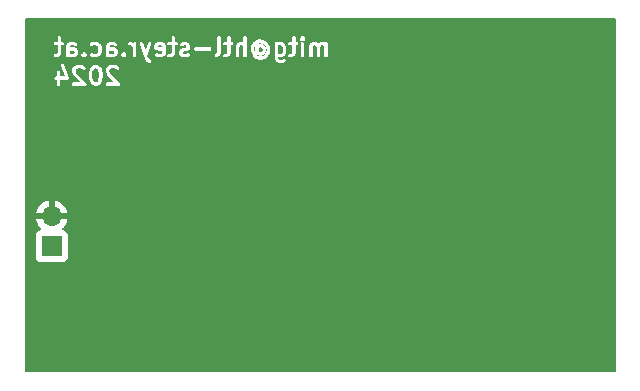
<source format=gbr>
%TF.GenerationSoftware,KiCad,Pcbnew,8.0.1*%
%TF.CreationDate,2024-04-22T11:34:39+02:00*%
%TF.ProjectId,wuerfel,77756572-6665-46c2-9e6b-696361645f70,rev?*%
%TF.SameCoordinates,Original*%
%TF.FileFunction,Copper,L2,Bot*%
%TF.FilePolarity,Positive*%
%FSLAX46Y46*%
G04 Gerber Fmt 4.6, Leading zero omitted, Abs format (unit mm)*
G04 Created by KiCad (PCBNEW 8.0.1) date 2024-04-22 11:34:39*
%MOMM*%
%LPD*%
G01*
G04 APERTURE LIST*
%ADD10C,0.300000*%
%TA.AperFunction,ComponentPad*%
%ADD11R,1.700000X1.700000*%
%TD*%
%TA.AperFunction,ComponentPad*%
%ADD12O,1.700000X1.700000*%
%TD*%
%TA.AperFunction,ViaPad*%
%ADD13C,1.600000*%
%TD*%
G04 APERTURE END LIST*
D10*
G36*
X196890977Y-50491681D02*
G01*
X196929641Y-50528671D01*
X196982255Y-50630005D01*
X197047432Y-50881196D01*
X197049821Y-51201432D01*
X196989222Y-51453335D01*
X196935085Y-51565867D01*
X196898096Y-51604530D01*
X196807883Y-51651369D01*
X196735186Y-51652586D01*
X196646612Y-51609975D01*
X196607950Y-51572987D01*
X196555335Y-51471650D01*
X196490156Y-51220458D01*
X196487767Y-50900224D01*
X196548367Y-50648320D01*
X196602503Y-50535789D01*
X196639495Y-50497124D01*
X196729706Y-50450286D01*
X196802402Y-50449069D01*
X196890977Y-50491681D01*
G37*
G36*
X212533834Y-48576764D02*
G01*
X212572500Y-48613755D01*
X212618995Y-48703306D01*
X212621246Y-49060939D01*
X212577943Y-49150951D01*
X212540952Y-49189616D01*
X212451225Y-49236203D01*
X212236227Y-49238170D01*
X212203635Y-49222491D01*
X212202076Y-48549717D01*
X212229226Y-48535620D01*
X212444222Y-48533653D01*
X212533834Y-48576764D01*
G37*
G36*
X210916280Y-48378561D02*
G01*
X211086510Y-48489594D01*
X211199660Y-48655678D01*
X211258352Y-48881872D01*
X211204717Y-49104826D01*
X211093687Y-49275053D01*
X210927603Y-49388203D01*
X210701406Y-49446896D01*
X210478452Y-49393261D01*
X210364427Y-49318888D01*
X210369489Y-49318744D01*
X210400762Y-49305790D01*
X210409952Y-49301983D01*
X210416000Y-49305790D01*
X210540524Y-49365696D01*
X210542603Y-49367775D01*
X210558734Y-49374456D01*
X210586320Y-49387728D01*
X210591694Y-49388109D01*
X210596675Y-49390173D01*
X210625939Y-49393055D01*
X210747464Y-49391020D01*
X210750035Y-49391877D01*
X210766599Y-49390699D01*
X210798060Y-49390173D01*
X210803040Y-49388109D01*
X210808415Y-49387728D01*
X210835878Y-49377219D01*
X210978424Y-49303207D01*
X210994987Y-49296347D01*
X211000756Y-49291612D01*
X211003621Y-49290125D01*
X211006218Y-49287130D01*
X211017718Y-49277693D01*
X211089619Y-49202539D01*
X211101581Y-49192165D01*
X211105498Y-49185941D01*
X211107802Y-49183534D01*
X211109317Y-49179874D01*
X211117246Y-49167280D01*
X211177152Y-49042754D01*
X211179230Y-49040677D01*
X211185908Y-49024554D01*
X211199184Y-48996959D01*
X211199565Y-48991583D01*
X211201628Y-48986605D01*
X211204510Y-48957341D01*
X211202475Y-48835817D01*
X211203332Y-48833247D01*
X211202154Y-48816677D01*
X211201628Y-48785220D01*
X211199565Y-48780241D01*
X211199184Y-48774866D01*
X211188675Y-48747403D01*
X211114661Y-48604850D01*
X211107802Y-48588290D01*
X211103068Y-48582522D01*
X211101582Y-48579659D01*
X211098586Y-48577061D01*
X211089147Y-48565559D01*
X211014000Y-48493666D01*
X211003621Y-48481699D01*
X210997392Y-48477778D01*
X210994987Y-48475477D01*
X210991330Y-48473962D01*
X210978735Y-48466034D01*
X210854210Y-48406127D01*
X210852132Y-48404049D01*
X210836000Y-48397367D01*
X210808415Y-48384096D01*
X210803040Y-48383714D01*
X210798060Y-48381651D01*
X210768796Y-48378769D01*
X210647270Y-48380803D01*
X210644700Y-48379947D01*
X210628135Y-48381124D01*
X210596675Y-48381651D01*
X210591694Y-48383714D01*
X210586320Y-48384096D01*
X210558856Y-48394605D01*
X210510600Y-48419660D01*
X210494989Y-48404049D01*
X210459017Y-48389148D01*
X210467133Y-48383619D01*
X210693328Y-48324927D01*
X210916280Y-48378561D01*
G37*
G36*
X210819548Y-48719621D02*
G01*
X210858214Y-48756613D01*
X210905051Y-48846821D01*
X210906268Y-48919520D01*
X210863657Y-49008094D01*
X210826669Y-49046756D01*
X210736455Y-49093596D01*
X210663759Y-49094813D01*
X210575185Y-49052202D01*
X210561359Y-49038974D01*
X210559894Y-48733608D01*
X210568066Y-48725066D01*
X210658279Y-48678227D01*
X210730975Y-48677010D01*
X210819548Y-48719621D01*
G37*
G36*
X210263927Y-49002848D02*
G01*
X210237882Y-48990318D01*
X210204273Y-48925587D01*
X210202205Y-48648312D01*
X210261788Y-48556962D01*
X210263927Y-49002848D01*
G37*
G36*
X194942567Y-48995791D02*
G01*
X194976480Y-49061108D01*
X194977697Y-49133805D01*
X194944630Y-49202541D01*
X194879902Y-49236148D01*
X194593606Y-49238284D01*
X194561076Y-49222634D01*
X194560163Y-48964441D01*
X194872558Y-48962111D01*
X194942567Y-48995791D01*
G37*
G36*
X198299710Y-48995791D02*
G01*
X198333623Y-49061108D01*
X198334840Y-49133805D01*
X198301773Y-49202541D01*
X198237045Y-49236148D01*
X197950749Y-49238284D01*
X197918219Y-49222634D01*
X197917306Y-48964441D01*
X198229701Y-48962111D01*
X198299710Y-48995791D01*
G37*
G36*
X202371138Y-48567219D02*
G01*
X202404661Y-48631786D01*
X202405006Y-48703748D01*
X201995470Y-48623459D01*
X202021532Y-48569283D01*
X202086368Y-48535620D01*
X202301365Y-48533653D01*
X202371138Y-48567219D01*
G37*
G36*
X216585464Y-52117495D02*
G01*
X193026440Y-52117495D01*
X193026440Y-51330092D01*
X193264535Y-51330092D01*
X193286933Y-51384164D01*
X193328317Y-51425548D01*
X193382389Y-51447946D01*
X193411653Y-51450828D01*
X193477758Y-51450629D01*
X193478821Y-51830092D01*
X193501219Y-51884164D01*
X193542603Y-51925548D01*
X193596675Y-51947946D01*
X193655203Y-51947946D01*
X193709275Y-51925548D01*
X193750659Y-51884164D01*
X193773057Y-51830092D01*
X193775939Y-51800828D01*
X193774955Y-51449734D01*
X194336407Y-51448045D01*
X194358984Y-51449650D01*
X194364046Y-51447962D01*
X194369488Y-51447946D01*
X194391704Y-51438743D01*
X194414509Y-51431142D01*
X194418580Y-51427610D01*
X194423560Y-51425548D01*
X194440565Y-51408542D01*
X194458723Y-51392794D01*
X194461132Y-51387975D01*
X194464944Y-51384164D01*
X194474147Y-51361946D01*
X194484897Y-51340447D01*
X194485278Y-51335072D01*
X194487342Y-51330092D01*
X194487342Y-51306043D01*
X194489046Y-51282067D01*
X194487342Y-51274573D01*
X194487342Y-51271564D01*
X194485825Y-51267902D01*
X194482526Y-51253393D01*
X194258398Y-50586542D01*
X194761652Y-50586542D01*
X194764066Y-50730758D01*
X194762830Y-50748161D01*
X194764479Y-50755415D01*
X194764534Y-50758664D01*
X194766050Y-50762325D01*
X194769350Y-50776835D01*
X194835963Y-50969394D01*
X194835963Y-50972948D01*
X194843421Y-50990954D01*
X194852767Y-51017970D01*
X194856297Y-51022040D01*
X194858360Y-51027020D01*
X194877015Y-51049751D01*
X195481971Y-51651905D01*
X194882388Y-51653710D01*
X194828316Y-51676108D01*
X194786932Y-51717492D01*
X194764534Y-51771564D01*
X194764534Y-51830092D01*
X194786932Y-51884164D01*
X194828316Y-51925548D01*
X194882388Y-51947946D01*
X194911652Y-51950828D01*
X195869488Y-51947946D01*
X195900761Y-51934992D01*
X195923559Y-51925549D01*
X195964945Y-51884163D01*
X195987342Y-51830091D01*
X195987342Y-51771565D01*
X195984223Y-51764036D01*
X195980781Y-51755727D01*
X195964945Y-51717492D01*
X195946290Y-51694762D01*
X195119957Y-50872257D01*
X196190223Y-50872257D01*
X196192819Y-51220430D01*
X196190400Y-51236691D01*
X196193076Y-51254786D01*
X196193105Y-51258664D01*
X196193951Y-51260708D01*
X196194702Y-51265781D01*
X196265960Y-51540401D01*
X196266979Y-51554733D01*
X196275367Y-51576653D01*
X196276024Y-51579185D01*
X196276668Y-51580055D01*
X196277488Y-51582196D01*
X196351499Y-51724742D01*
X196358360Y-51741305D01*
X196363094Y-51747074D01*
X196364582Y-51749939D01*
X196367576Y-51752536D01*
X196377014Y-51764036D01*
X196452167Y-51835937D01*
X196462542Y-51847899D01*
X196468765Y-51851816D01*
X196471173Y-51854120D01*
X196474832Y-51855635D01*
X196487427Y-51863564D01*
X196611952Y-51923470D01*
X196614030Y-51925548D01*
X196630152Y-51932226D01*
X196657748Y-51945502D01*
X196663123Y-51945883D01*
X196668102Y-51947946D01*
X196697366Y-51950828D01*
X196818890Y-51948793D01*
X196821461Y-51949650D01*
X196838030Y-51948472D01*
X196869487Y-51947946D01*
X196874465Y-51945883D01*
X196879841Y-51945502D01*
X196907304Y-51934992D01*
X197049844Y-51860984D01*
X197066417Y-51854120D01*
X197072187Y-51849384D01*
X197075048Y-51847899D01*
X197077642Y-51844907D01*
X197089148Y-51835465D01*
X197161043Y-51760315D01*
X197173008Y-51749939D01*
X197176926Y-51743713D01*
X197179230Y-51741306D01*
X197180745Y-51737646D01*
X197188673Y-51725053D01*
X197253815Y-51589645D01*
X197261566Y-51579185D01*
X197269409Y-51557230D01*
X197270611Y-51554733D01*
X197270687Y-51553652D01*
X197271459Y-51551494D01*
X197338327Y-51273525D01*
X197344484Y-51258664D01*
X197346272Y-51240498D01*
X197347189Y-51236691D01*
X197346863Y-51234503D01*
X197347366Y-51229400D01*
X197344769Y-50881226D01*
X197347189Y-50864966D01*
X197344512Y-50846871D01*
X197344484Y-50842993D01*
X197343636Y-50840948D01*
X197342887Y-50835877D01*
X197278190Y-50586542D01*
X197618794Y-50586542D01*
X197621208Y-50730758D01*
X197619972Y-50748161D01*
X197621621Y-50755415D01*
X197621676Y-50758664D01*
X197623192Y-50762325D01*
X197626492Y-50776835D01*
X197693105Y-50969394D01*
X197693105Y-50972948D01*
X197700563Y-50990954D01*
X197709909Y-51017970D01*
X197713439Y-51022040D01*
X197715502Y-51027020D01*
X197734157Y-51049751D01*
X198339113Y-51651905D01*
X197739530Y-51653710D01*
X197685458Y-51676108D01*
X197644074Y-51717492D01*
X197621676Y-51771564D01*
X197621676Y-51830092D01*
X197644074Y-51884164D01*
X197685458Y-51925548D01*
X197739530Y-51947946D01*
X197768794Y-51950828D01*
X198726630Y-51947946D01*
X198757903Y-51934992D01*
X198780701Y-51925549D01*
X198822087Y-51884163D01*
X198844484Y-51830091D01*
X198844484Y-51771565D01*
X198841365Y-51764036D01*
X198837923Y-51755727D01*
X198822087Y-51717492D01*
X198803432Y-51694762D01*
X197972715Y-50867893D01*
X197918488Y-50711137D01*
X197917035Y-50624362D01*
X197959646Y-50535789D01*
X197996636Y-50497125D01*
X198086262Y-50450591D01*
X198372556Y-50448455D01*
X198462404Y-50491679D01*
X198542601Y-50568406D01*
X198596674Y-50590802D01*
X198655200Y-50590802D01*
X198709272Y-50568406D01*
X198750658Y-50527020D01*
X198773054Y-50472948D01*
X198773054Y-50414422D01*
X198750658Y-50360349D01*
X198732003Y-50337619D01*
X198656853Y-50265722D01*
X198646477Y-50253758D01*
X198640251Y-50249839D01*
X198637844Y-50247536D01*
X198634184Y-50246020D01*
X198621591Y-50238093D01*
X198497066Y-50178186D01*
X198494988Y-50176108D01*
X198478856Y-50169426D01*
X198451271Y-50156155D01*
X198445896Y-50155773D01*
X198440916Y-50153710D01*
X198411652Y-50150828D01*
X198077219Y-50153322D01*
X198073270Y-50152006D01*
X198052112Y-50153509D01*
X198025245Y-50153710D01*
X198020264Y-50155773D01*
X198014890Y-50156155D01*
X197987426Y-50166664D01*
X197844882Y-50240674D01*
X197828317Y-50247536D01*
X197822546Y-50252271D01*
X197819684Y-50253758D01*
X197817087Y-50256751D01*
X197805587Y-50266190D01*
X197733689Y-50341339D01*
X197721724Y-50351717D01*
X197717805Y-50357942D01*
X197715503Y-50360349D01*
X197713987Y-50364007D01*
X197706059Y-50376603D01*
X197646152Y-50501127D01*
X197644074Y-50503206D01*
X197637392Y-50519337D01*
X197624121Y-50546923D01*
X197623739Y-50552297D01*
X197621676Y-50557278D01*
X197618794Y-50586542D01*
X197278190Y-50586542D01*
X197271629Y-50561255D01*
X197270611Y-50546923D01*
X197262222Y-50524999D01*
X197261566Y-50522471D01*
X197260921Y-50521601D01*
X197260102Y-50519459D01*
X197186091Y-50376916D01*
X197179230Y-50360349D01*
X197174493Y-50354577D01*
X197173008Y-50351717D01*
X197170015Y-50349121D01*
X197160575Y-50337619D01*
X197085425Y-50265722D01*
X197075049Y-50253758D01*
X197068823Y-50249839D01*
X197066416Y-50247536D01*
X197062756Y-50246020D01*
X197050163Y-50238093D01*
X196925635Y-50178184D01*
X196923559Y-50176108D01*
X196907441Y-50169431D01*
X196879842Y-50156154D01*
X196874464Y-50155771D01*
X196869487Y-50153710D01*
X196840223Y-50150828D01*
X196718697Y-50152862D01*
X196716127Y-50152006D01*
X196699562Y-50153183D01*
X196668102Y-50153710D01*
X196663121Y-50155773D01*
X196657747Y-50156155D01*
X196630283Y-50166664D01*
X196487740Y-50240674D01*
X196471173Y-50247536D01*
X196465401Y-50252272D01*
X196462541Y-50253758D01*
X196459945Y-50256750D01*
X196448443Y-50266191D01*
X196376546Y-50341340D01*
X196364582Y-50351717D01*
X196360663Y-50357942D01*
X196358360Y-50360350D01*
X196356844Y-50364009D01*
X196348917Y-50376603D01*
X196283774Y-50512010D01*
X196276024Y-50522471D01*
X196268180Y-50544425D01*
X196266979Y-50546923D01*
X196266902Y-50548003D01*
X196266131Y-50550162D01*
X196199261Y-50828130D01*
X196193105Y-50842993D01*
X196191316Y-50861158D01*
X196190400Y-50864966D01*
X196190725Y-50867153D01*
X196190223Y-50872257D01*
X195119957Y-50872257D01*
X195115573Y-50867893D01*
X195061346Y-50711137D01*
X195059893Y-50624362D01*
X195102504Y-50535789D01*
X195139494Y-50497125D01*
X195229120Y-50450591D01*
X195515414Y-50448455D01*
X195605262Y-50491679D01*
X195685459Y-50568406D01*
X195739532Y-50590802D01*
X195798058Y-50590802D01*
X195852130Y-50568406D01*
X195893516Y-50527020D01*
X195915912Y-50472948D01*
X195915912Y-50414422D01*
X195893516Y-50360349D01*
X195874861Y-50337619D01*
X195799711Y-50265722D01*
X195789335Y-50253758D01*
X195783109Y-50249839D01*
X195780702Y-50247536D01*
X195777042Y-50246020D01*
X195764449Y-50238093D01*
X195639924Y-50178186D01*
X195637846Y-50176108D01*
X195621714Y-50169426D01*
X195594129Y-50156155D01*
X195588754Y-50155773D01*
X195583774Y-50153710D01*
X195554510Y-50150828D01*
X195220077Y-50153322D01*
X195216128Y-50152006D01*
X195194970Y-50153509D01*
X195168103Y-50153710D01*
X195163122Y-50155773D01*
X195157748Y-50156155D01*
X195130284Y-50166664D01*
X194987740Y-50240674D01*
X194971175Y-50247536D01*
X194965404Y-50252271D01*
X194962542Y-50253758D01*
X194959945Y-50256751D01*
X194948445Y-50266190D01*
X194876547Y-50341339D01*
X194864582Y-50351717D01*
X194860663Y-50357942D01*
X194858361Y-50360349D01*
X194856845Y-50364007D01*
X194848917Y-50376603D01*
X194789010Y-50501127D01*
X194786932Y-50503206D01*
X194780250Y-50519337D01*
X194766979Y-50546923D01*
X194766597Y-50552297D01*
X194764534Y-50557278D01*
X194761652Y-50586542D01*
X194258398Y-50586542D01*
X194113395Y-50155115D01*
X194075048Y-50110901D01*
X194022701Y-50084727D01*
X193964320Y-50080578D01*
X193908796Y-50099086D01*
X193864582Y-50137433D01*
X193838408Y-50189780D01*
X193834259Y-50248161D01*
X193840779Y-50276834D01*
X194134735Y-51151446D01*
X193774123Y-51152531D01*
X193773057Y-50771564D01*
X193750659Y-50717492D01*
X193709275Y-50676108D01*
X193655203Y-50653710D01*
X193596675Y-50653710D01*
X193542603Y-50676108D01*
X193501219Y-50717492D01*
X193478821Y-50771564D01*
X193475939Y-50800828D01*
X193476926Y-51153425D01*
X193382389Y-51153710D01*
X193328317Y-51176108D01*
X193286933Y-51217492D01*
X193264535Y-51271564D01*
X193264535Y-51330092D01*
X193026440Y-51330092D01*
X193026440Y-49415176D01*
X193193107Y-49415176D01*
X193215505Y-49469248D01*
X193256889Y-49510632D01*
X193310961Y-49533030D01*
X193340225Y-49535912D01*
X193461749Y-49533877D01*
X193464320Y-49534734D01*
X193480889Y-49533556D01*
X193512346Y-49533030D01*
X193517324Y-49530967D01*
X193522700Y-49530586D01*
X193550164Y-49520076D01*
X193686054Y-49449521D01*
X193700223Y-49444798D01*
X193707788Y-49438236D01*
X193717907Y-49432983D01*
X193730229Y-49418774D01*
X193744438Y-49406452D01*
X193753760Y-49391642D01*
X193756253Y-49388768D01*
X193757022Y-49386460D01*
X193760103Y-49381566D01*
X193820011Y-49257038D01*
X193822088Y-49254962D01*
X193828764Y-49238844D01*
X193842042Y-49211245D01*
X193842424Y-49205867D01*
X193844486Y-49200890D01*
X193847368Y-49171626D01*
X193846115Y-48600198D01*
X194261654Y-48600198D01*
X194264179Y-49314284D01*
X194262832Y-49333246D01*
X194264261Y-49337534D01*
X194264536Y-49415176D01*
X194286934Y-49469248D01*
X194328318Y-49510632D01*
X194382390Y-49533030D01*
X194440918Y-49533030D01*
X194483082Y-49515564D01*
X194487297Y-49517310D01*
X194514893Y-49530586D01*
X194520268Y-49530967D01*
X194525247Y-49533030D01*
X194554511Y-49535912D01*
X194888943Y-49533417D01*
X194892892Y-49534734D01*
X194914054Y-49533230D01*
X194940918Y-49533030D01*
X194945896Y-49530967D01*
X194951272Y-49530586D01*
X194978736Y-49520076D01*
X195114625Y-49449521D01*
X195128796Y-49444798D01*
X195136362Y-49438235D01*
X195146479Y-49432983D01*
X195158800Y-49418775D01*
X195173011Y-49406451D01*
X195182331Y-49391643D01*
X195184825Y-49388768D01*
X195185594Y-49386458D01*
X195188675Y-49381565D01*
X195206868Y-49343748D01*
X195550250Y-49343748D01*
X195554851Y-49354856D01*
X195572647Y-49397819D01*
X195572648Y-49397820D01*
X195591303Y-49420551D01*
X195685461Y-49510632D01*
X195685462Y-49510633D01*
X195708260Y-49520076D01*
X195739533Y-49533030D01*
X195739534Y-49533030D01*
X195739535Y-49533030D01*
X195798060Y-49533030D01*
X195798061Y-49533030D01*
X195829334Y-49520076D01*
X195852132Y-49510633D01*
X195874863Y-49491978D01*
X195964946Y-49397820D01*
X195987342Y-49343747D01*
X195987342Y-49333246D01*
X196262832Y-49333246D01*
X196281340Y-49388768D01*
X196319687Y-49432983D01*
X196344572Y-49448648D01*
X196469097Y-49508554D01*
X196471175Y-49510632D01*
X196487297Y-49517310D01*
X196514893Y-49530586D01*
X196520268Y-49530967D01*
X196525247Y-49533030D01*
X196554511Y-49535912D01*
X196817770Y-49533503D01*
X196821463Y-49534734D01*
X196841891Y-49533282D01*
X196869489Y-49533030D01*
X196874467Y-49530967D01*
X196879843Y-49530586D01*
X196907307Y-49520076D01*
X197049848Y-49446067D01*
X197066417Y-49439205D01*
X197072187Y-49434469D01*
X197075050Y-49432983D01*
X197077646Y-49429989D01*
X197089148Y-49420550D01*
X197161049Y-49345394D01*
X197173010Y-49335022D01*
X197176927Y-49328798D01*
X197179232Y-49326390D01*
X197180748Y-49322728D01*
X197188675Y-49310137D01*
X197248581Y-49185611D01*
X197250659Y-49183534D01*
X197257337Y-49167411D01*
X197270613Y-49139816D01*
X197270994Y-49134440D01*
X197273057Y-49129462D01*
X197275939Y-49100198D01*
X197273385Y-48694515D01*
X197274761Y-48690388D01*
X197273223Y-48668742D01*
X197273057Y-48642362D01*
X197270994Y-48637383D01*
X197270613Y-48632008D01*
X197260103Y-48604545D01*
X197257846Y-48600198D01*
X197618797Y-48600198D01*
X197621322Y-49314284D01*
X197619975Y-49333246D01*
X197621404Y-49337534D01*
X197621679Y-49415176D01*
X197644077Y-49469248D01*
X197685461Y-49510632D01*
X197739533Y-49533030D01*
X197798061Y-49533030D01*
X197840225Y-49515564D01*
X197844440Y-49517310D01*
X197872036Y-49530586D01*
X197877411Y-49530967D01*
X197882390Y-49533030D01*
X197911654Y-49535912D01*
X198246086Y-49533417D01*
X198250035Y-49534734D01*
X198271197Y-49533230D01*
X198298061Y-49533030D01*
X198303039Y-49530967D01*
X198308415Y-49530586D01*
X198335879Y-49520076D01*
X198471768Y-49449521D01*
X198485939Y-49444798D01*
X198493505Y-49438235D01*
X198503622Y-49432983D01*
X198515943Y-49418775D01*
X198530154Y-49406451D01*
X198539474Y-49391643D01*
X198541968Y-49388768D01*
X198542737Y-49386458D01*
X198545818Y-49381565D01*
X198564011Y-49343748D01*
X198907393Y-49343748D01*
X198911994Y-49354856D01*
X198929790Y-49397819D01*
X198929791Y-49397820D01*
X198948446Y-49420551D01*
X199042604Y-49510632D01*
X199042605Y-49510633D01*
X199065403Y-49520076D01*
X199096676Y-49533030D01*
X199096677Y-49533030D01*
X199096678Y-49533030D01*
X199155203Y-49533030D01*
X199155204Y-49533030D01*
X199186477Y-49520076D01*
X199209275Y-49510633D01*
X199232006Y-49491978D01*
X199322089Y-49397820D01*
X199344485Y-49343747D01*
X199344485Y-49316300D01*
X199344486Y-49285222D01*
X199322089Y-49231149D01*
X199303435Y-49208419D01*
X199209276Y-49118335D01*
X199209275Y-49118334D01*
X199177601Y-49105214D01*
X199155204Y-49095937D01*
X199096676Y-49095937D01*
X199074279Y-49105214D01*
X199042605Y-49118334D01*
X199019874Y-49136989D01*
X198929790Y-49231149D01*
X198910512Y-49277693D01*
X198907393Y-49285222D01*
X198907393Y-49343748D01*
X198564011Y-49343748D01*
X198605724Y-49257039D01*
X198607802Y-49254962D01*
X198614480Y-49238839D01*
X198627756Y-49211244D01*
X198628137Y-49205868D01*
X198630200Y-49200890D01*
X198633082Y-49171626D01*
X198631047Y-49050101D01*
X198631904Y-49047531D01*
X198630726Y-49030961D01*
X198630200Y-48999505D01*
X198628137Y-48994526D01*
X198627756Y-48989151D01*
X198617246Y-48961688D01*
X198546691Y-48825799D01*
X198541968Y-48811628D01*
X198535405Y-48804060D01*
X198530153Y-48793945D01*
X198515946Y-48781624D01*
X198503622Y-48767413D01*
X198488811Y-48758090D01*
X198485938Y-48755598D01*
X198483630Y-48754828D01*
X198478736Y-48751748D01*
X198354210Y-48691841D01*
X198352133Y-48689764D01*
X198336010Y-48683085D01*
X198308415Y-48669810D01*
X198303039Y-48669428D01*
X198298061Y-48667366D01*
X198268797Y-48664484D01*
X197950749Y-48666856D01*
X197916195Y-48650232D01*
X197916158Y-48639846D01*
X197950104Y-48569283D01*
X198014940Y-48535620D01*
X198229937Y-48533653D01*
X198372035Y-48602014D01*
X198430415Y-48606163D01*
X198485937Y-48587656D01*
X198530153Y-48549309D01*
X198556327Y-48496960D01*
X198560476Y-48438580D01*
X198552675Y-48415176D01*
X199478821Y-48415176D01*
X199501219Y-48469248D01*
X199542603Y-48510632D01*
X199596675Y-48533030D01*
X199625939Y-48535912D01*
X199730975Y-48534153D01*
X199819550Y-48576765D01*
X199858214Y-48613755D01*
X199905403Y-48704641D01*
X199907393Y-49415176D01*
X199929791Y-49469248D01*
X199971175Y-49510632D01*
X200025247Y-49533030D01*
X200083775Y-49533030D01*
X200137847Y-49510632D01*
X200179231Y-49469248D01*
X200201629Y-49415176D01*
X200204511Y-49385912D01*
X200202569Y-48692676D01*
X200203333Y-48690387D01*
X200202531Y-48679115D01*
X200201772Y-48407834D01*
X200477549Y-48407834D01*
X200484678Y-48436362D01*
X200835647Y-49410944D01*
X200835618Y-49413379D01*
X200837464Y-49419745D01*
X200837599Y-49422445D01*
X200839272Y-49425978D01*
X200843810Y-49441621D01*
X201000212Y-49824864D01*
X201000861Y-49825529D01*
X201001218Y-49826390D01*
X201019873Y-49849121D01*
X201095028Y-49921022D01*
X201105401Y-49932983D01*
X201111624Y-49936900D01*
X201114033Y-49939205D01*
X201117694Y-49940721D01*
X201130286Y-49948648D01*
X201300607Y-50030586D01*
X201358987Y-50034734D01*
X201414510Y-50016226D01*
X201458725Y-49977879D01*
X201484899Y-49925530D01*
X201489047Y-49867150D01*
X201470539Y-49811628D01*
X201432193Y-49767413D01*
X201407307Y-49751748D01*
X201289471Y-49695059D01*
X201254835Y-49661923D01*
X201142203Y-49385932D01*
X201369946Y-48742898D01*
X201690225Y-48742898D01*
X201692835Y-48756093D01*
X201693107Y-48772319D01*
X201698731Y-48785896D01*
X201701583Y-48800313D01*
X201709821Y-48812670D01*
X201715505Y-48826391D01*
X201725897Y-48836783D01*
X201734048Y-48849009D01*
X201746386Y-48857272D01*
X201756889Y-48867775D01*
X201770465Y-48873398D01*
X201782677Y-48881577D01*
X201810808Y-48890142D01*
X201810956Y-48890171D01*
X201810961Y-48890173D01*
X201810966Y-48890173D01*
X202406461Y-49006918D01*
X202407062Y-49132156D01*
X202373201Y-49202541D01*
X202308368Y-49236203D01*
X202093369Y-49238170D01*
X201951271Y-49169810D01*
X201892891Y-49165662D01*
X201837369Y-49184170D01*
X201793154Y-49222517D01*
X201766979Y-49274866D01*
X201762831Y-49333246D01*
X201781339Y-49388768D01*
X201819686Y-49432983D01*
X201844571Y-49448648D01*
X201969096Y-49508554D01*
X201971174Y-49510632D01*
X201987296Y-49517310D01*
X202014892Y-49530586D01*
X202020267Y-49530967D01*
X202025246Y-49533030D01*
X202054510Y-49535912D01*
X202317770Y-49533503D01*
X202321463Y-49534734D01*
X202341891Y-49533282D01*
X202369489Y-49533030D01*
X202374467Y-49530967D01*
X202379843Y-49530586D01*
X202407307Y-49520076D01*
X202543196Y-49449521D01*
X202557367Y-49444798D01*
X202564933Y-49438235D01*
X202575050Y-49432983D01*
X202587371Y-49418775D01*
X202591521Y-49415176D01*
X202835964Y-49415176D01*
X202858362Y-49469248D01*
X202899746Y-49510632D01*
X202953818Y-49533030D01*
X202983082Y-49535912D01*
X203104606Y-49533877D01*
X203107177Y-49534734D01*
X203123746Y-49533556D01*
X203155203Y-49533030D01*
X203160181Y-49530967D01*
X203165557Y-49530586D01*
X203193021Y-49520076D01*
X203328911Y-49449521D01*
X203343080Y-49444798D01*
X203350645Y-49438236D01*
X203360764Y-49432983D01*
X203373086Y-49418774D01*
X203387295Y-49406452D01*
X203396617Y-49391642D01*
X203399110Y-49388768D01*
X203399879Y-49386460D01*
X203402960Y-49381566D01*
X203462868Y-49257038D01*
X203464945Y-49254962D01*
X203471621Y-49238844D01*
X203484899Y-49211245D01*
X203485281Y-49205867D01*
X203487343Y-49200890D01*
X203490225Y-49171626D01*
X203490068Y-49100198D01*
X203833082Y-49100198D01*
X203834563Y-49151953D01*
X203834260Y-49152864D01*
X203834811Y-49160627D01*
X203835964Y-49200890D01*
X203838025Y-49205867D01*
X203838408Y-49211245D01*
X203848918Y-49238708D01*
X203919474Y-49374599D01*
X203924197Y-49388768D01*
X203930758Y-49396333D01*
X203936012Y-49406452D01*
X203950223Y-49418776D01*
X203962544Y-49432983D01*
X203977351Y-49442304D01*
X203980227Y-49444798D01*
X203982535Y-49445567D01*
X203987429Y-49448648D01*
X204111954Y-49508554D01*
X204114032Y-49510632D01*
X204130154Y-49517310D01*
X204157750Y-49530586D01*
X204163125Y-49530967D01*
X204168104Y-49533030D01*
X204197368Y-49535912D01*
X204460627Y-49533503D01*
X204464320Y-49534734D01*
X204484748Y-49533282D01*
X204512346Y-49533030D01*
X204517324Y-49530967D01*
X204522700Y-49530586D01*
X204550164Y-49520076D01*
X204717907Y-49432983D01*
X204756253Y-49388768D01*
X204763459Y-49367150D01*
X206834260Y-49367150D01*
X206838408Y-49425530D01*
X206864583Y-49477879D01*
X206908798Y-49516226D01*
X206964320Y-49534734D01*
X207022700Y-49530586D01*
X207050164Y-49520076D01*
X207186054Y-49449521D01*
X207200223Y-49444798D01*
X207207788Y-49438236D01*
X207217907Y-49432983D01*
X207230229Y-49418774D01*
X207234378Y-49415176D01*
X207550250Y-49415176D01*
X207572648Y-49469248D01*
X207614032Y-49510632D01*
X207668104Y-49533030D01*
X207697368Y-49535912D01*
X207818892Y-49533877D01*
X207821463Y-49534734D01*
X207838032Y-49533556D01*
X207869489Y-49533030D01*
X207874467Y-49530967D01*
X207879843Y-49530586D01*
X207907307Y-49520076D01*
X208043197Y-49449521D01*
X208057366Y-49444798D01*
X208064931Y-49438236D01*
X208075050Y-49432983D01*
X208087372Y-49418774D01*
X208101581Y-49406452D01*
X208110903Y-49391642D01*
X208113396Y-49388768D01*
X208114165Y-49386460D01*
X208117246Y-49381566D01*
X208177154Y-49257038D01*
X208179231Y-49254962D01*
X208185907Y-49238844D01*
X208199185Y-49211245D01*
X208199567Y-49205867D01*
X208201629Y-49200890D01*
X208204511Y-49171626D01*
X208203258Y-48600198D01*
X208618797Y-48600198D01*
X208621679Y-49415176D01*
X208644077Y-49469248D01*
X208685461Y-49510632D01*
X208739533Y-49533030D01*
X208798061Y-49533030D01*
X208852133Y-49510632D01*
X208893517Y-49469248D01*
X208915915Y-49415176D01*
X208918797Y-49385912D01*
X208916158Y-48639846D01*
X208950104Y-48569283D01*
X209015109Y-48535533D01*
X209158879Y-48533831D01*
X209248120Y-48576764D01*
X209262982Y-48590982D01*
X209264536Y-49415176D01*
X209286934Y-49469248D01*
X209328318Y-49510632D01*
X209382390Y-49533030D01*
X209440918Y-49533030D01*
X209494990Y-49510632D01*
X209536374Y-49469248D01*
X209558772Y-49415176D01*
X209561654Y-49385912D01*
X209560174Y-48600355D01*
X209904510Y-48600355D01*
X209904511Y-48600361D01*
X209907004Y-48934630D01*
X209905688Y-48938580D01*
X209907191Y-48959737D01*
X209907392Y-48986605D01*
X209909455Y-48991585D01*
X209909837Y-48996960D01*
X209920346Y-49024423D01*
X209990902Y-49160314D01*
X209995625Y-49174482D01*
X210002186Y-49182047D01*
X210007440Y-49192166D01*
X210021651Y-49204490D01*
X210033972Y-49218697D01*
X210048779Y-49228018D01*
X210051655Y-49230512D01*
X210053963Y-49231281D01*
X210058857Y-49234362D01*
X210117294Y-49262475D01*
X210091191Y-49279956D01*
X210058726Y-49328655D01*
X210047368Y-49386069D01*
X210058846Y-49443459D01*
X210091412Y-49492089D01*
X210114163Y-49510719D01*
X210331450Y-49652444D01*
X210347581Y-49664397D01*
X210352432Y-49666130D01*
X210354396Y-49667411D01*
X210358029Y-49668129D01*
X210375273Y-49674290D01*
X210641752Y-49738395D01*
X210646769Y-49741406D01*
X210666422Y-49744330D01*
X210690076Y-49750021D01*
X210697367Y-49748935D01*
X210704659Y-49750021D01*
X210733749Y-49745719D01*
X211020131Y-49671408D01*
X211040339Y-49667411D01*
X211044891Y-49664983D01*
X211047153Y-49664397D01*
X211050130Y-49662190D01*
X211066287Y-49653577D01*
X211303324Y-49492089D01*
X211303413Y-49491954D01*
X211303545Y-49491867D01*
X211322176Y-49469117D01*
X211463913Y-49251811D01*
X211475853Y-49235697D01*
X211477584Y-49230851D01*
X211478868Y-49228883D01*
X211479588Y-49225241D01*
X211485746Y-49208006D01*
X211549850Y-48941528D01*
X211552861Y-48936511D01*
X211555786Y-48916855D01*
X211561476Y-48893203D01*
X211560390Y-48885912D01*
X211561476Y-48878621D01*
X211557174Y-48849532D01*
X211482867Y-48563160D01*
X211478868Y-48542941D01*
X211476438Y-48538385D01*
X211475853Y-48536127D01*
X211473648Y-48533152D01*
X211465033Y-48516993D01*
X211375730Y-48385912D01*
X211904511Y-48385912D01*
X211906674Y-49319377D01*
X211905689Y-49333246D01*
X211906713Y-49336319D01*
X211907270Y-49576691D01*
X211905689Y-49581436D01*
X211907335Y-49604607D01*
X211907393Y-49629462D01*
X211909455Y-49634440D01*
X211909837Y-49639816D01*
X211920347Y-49667280D01*
X211994355Y-49809821D01*
X212001218Y-49826390D01*
X212005953Y-49832160D01*
X212007440Y-49835023D01*
X212010433Y-49837619D01*
X212019873Y-49849121D01*
X212095028Y-49921022D01*
X212105401Y-49932983D01*
X212111624Y-49936900D01*
X212114033Y-49939205D01*
X212117694Y-49940721D01*
X212130286Y-49948648D01*
X212254811Y-50008554D01*
X212256889Y-50010632D01*
X212273011Y-50017310D01*
X212300607Y-50030586D01*
X212305982Y-50030967D01*
X212310961Y-50033030D01*
X212340225Y-50035912D01*
X212532458Y-50033637D01*
X212535749Y-50034734D01*
X212554927Y-50033371D01*
X212583775Y-50033030D01*
X212588753Y-50030967D01*
X212594129Y-50030586D01*
X212621593Y-50020076D01*
X212789336Y-49932983D01*
X212827682Y-49888768D01*
X212846190Y-49833246D01*
X212842042Y-49774866D01*
X212815868Y-49722517D01*
X212771653Y-49684170D01*
X212716130Y-49665662D01*
X212657750Y-49669810D01*
X212630287Y-49680320D01*
X212522485Y-49736290D01*
X212378713Y-49737992D01*
X212289471Y-49695059D01*
X212250806Y-49658068D01*
X212204438Y-49568762D01*
X212204361Y-49535848D01*
X212460627Y-49533503D01*
X212464320Y-49534734D01*
X212484748Y-49533282D01*
X212512346Y-49533030D01*
X212517324Y-49530967D01*
X212522700Y-49530586D01*
X212550164Y-49520076D01*
X212692705Y-49446067D01*
X212709274Y-49439205D01*
X212715044Y-49434469D01*
X212717907Y-49432983D01*
X212720503Y-49429989D01*
X212732005Y-49420550D01*
X212737146Y-49415176D01*
X213050250Y-49415176D01*
X213072648Y-49469248D01*
X213114032Y-49510632D01*
X213168104Y-49533030D01*
X213197368Y-49535912D01*
X213318892Y-49533877D01*
X213321463Y-49534734D01*
X213338032Y-49533556D01*
X213369489Y-49533030D01*
X213374467Y-49530967D01*
X213379843Y-49530586D01*
X213407307Y-49520076D01*
X213543197Y-49449521D01*
X213557366Y-49444798D01*
X213564931Y-49438236D01*
X213575050Y-49432983D01*
X213587372Y-49418774D01*
X213601581Y-49406452D01*
X213610903Y-49391642D01*
X213613396Y-49388768D01*
X213614165Y-49386460D01*
X213617246Y-49381566D01*
X213677154Y-49257038D01*
X213679231Y-49254962D01*
X213685907Y-49238844D01*
X213699185Y-49211245D01*
X213699567Y-49205867D01*
X213701629Y-49200890D01*
X213704511Y-49171626D01*
X213703112Y-48533485D01*
X213798060Y-48533030D01*
X213852132Y-48510632D01*
X213893516Y-48469248D01*
X213915914Y-48415176D01*
X213915914Y-48385912D01*
X214118797Y-48385912D01*
X214121679Y-49415176D01*
X214144077Y-49469248D01*
X214185461Y-49510632D01*
X214239533Y-49533030D01*
X214298061Y-49533030D01*
X214352133Y-49510632D01*
X214393517Y-49469248D01*
X214415915Y-49415176D01*
X214418797Y-49385912D01*
X214416597Y-48600198D01*
X214833082Y-48600198D01*
X214835964Y-49415176D01*
X214858362Y-49469248D01*
X214899746Y-49510632D01*
X214953818Y-49533030D01*
X215012346Y-49533030D01*
X215066418Y-49510632D01*
X215107802Y-49469248D01*
X215130200Y-49415176D01*
X215133082Y-49385912D01*
X215130443Y-48639846D01*
X215164390Y-48569284D01*
X215229395Y-48535533D01*
X215373165Y-48533831D01*
X215442567Y-48567220D01*
X215476051Y-48631709D01*
X215478822Y-49415176D01*
X215501220Y-49469248D01*
X215542604Y-49510632D01*
X215596676Y-49533030D01*
X215655204Y-49533030D01*
X215709276Y-49510632D01*
X215750660Y-49469248D01*
X215773058Y-49415176D01*
X215775940Y-49385912D01*
X215773301Y-48639846D01*
X215807247Y-48569283D01*
X215872252Y-48535533D01*
X216016022Y-48533831D01*
X216105263Y-48576764D01*
X216119369Y-48590258D01*
X216121679Y-49415176D01*
X216144077Y-49469248D01*
X216185461Y-49510632D01*
X216239533Y-49533030D01*
X216298061Y-49533030D01*
X216352133Y-49510632D01*
X216393517Y-49469248D01*
X216415915Y-49415176D01*
X216418797Y-49385912D01*
X216415915Y-48356648D01*
X216393517Y-48302576D01*
X216352133Y-48261192D01*
X216298061Y-48238794D01*
X216239533Y-48238794D01*
X216185461Y-48261192D01*
X216169266Y-48277386D01*
X216139925Y-48263270D01*
X216137847Y-48261192D01*
X216121715Y-48254510D01*
X216094130Y-48241239D01*
X216088755Y-48240857D01*
X216083775Y-48238794D01*
X216054511Y-48235912D01*
X215862276Y-48238186D01*
X215858986Y-48237090D01*
X215839813Y-48238452D01*
X215810961Y-48238794D01*
X215805980Y-48240857D01*
X215800606Y-48241239D01*
X215773142Y-48251748D01*
X215637251Y-48322304D01*
X215626107Y-48326018D01*
X215621593Y-48323177D01*
X215497068Y-48263270D01*
X215494990Y-48261192D01*
X215478858Y-48254510D01*
X215451273Y-48241239D01*
X215445898Y-48240857D01*
X215440918Y-48238794D01*
X215411654Y-48235912D01*
X215219419Y-48238186D01*
X215216129Y-48237090D01*
X215196956Y-48238452D01*
X215168104Y-48238794D01*
X215163123Y-48240857D01*
X215157749Y-48241239D01*
X215130285Y-48251748D01*
X214994393Y-48322304D01*
X214980227Y-48327027D01*
X214972661Y-48333588D01*
X214962543Y-48338842D01*
X214950219Y-48353051D01*
X214936012Y-48365373D01*
X214926692Y-48380178D01*
X214924196Y-48383057D01*
X214923425Y-48385368D01*
X214920347Y-48390259D01*
X214860440Y-48514783D01*
X214858362Y-48516862D01*
X214851680Y-48532993D01*
X214838409Y-48560579D01*
X214838027Y-48565953D01*
X214835964Y-48570934D01*
X214833082Y-48600198D01*
X214416597Y-48600198D01*
X214415915Y-48356648D01*
X214393517Y-48302576D01*
X214352133Y-48261192D01*
X214298061Y-48238794D01*
X214239533Y-48238794D01*
X214185461Y-48261192D01*
X214144077Y-48302576D01*
X214121679Y-48356648D01*
X214118797Y-48385912D01*
X213915914Y-48385912D01*
X213915914Y-48356648D01*
X213893516Y-48302576D01*
X213852132Y-48261192D01*
X213798060Y-48238794D01*
X213768796Y-48235912D01*
X213702460Y-48236230D01*
X213701914Y-47986605D01*
X214050250Y-47986605D01*
X214055594Y-47999505D01*
X214072647Y-48040676D01*
X214072648Y-48040677D01*
X214091303Y-48063408D01*
X214185461Y-48153489D01*
X214185462Y-48153490D01*
X214211645Y-48164335D01*
X214239533Y-48175887D01*
X214239534Y-48175887D01*
X214239535Y-48175887D01*
X214298060Y-48175887D01*
X214298061Y-48175887D01*
X214325949Y-48164335D01*
X214352132Y-48153490D01*
X214374863Y-48134835D01*
X214464946Y-48040677D01*
X214487342Y-47986604D01*
X214487342Y-47969246D01*
X214487343Y-47928079D01*
X214464946Y-47874006D01*
X214446292Y-47851276D01*
X214352133Y-47761192D01*
X214352132Y-47761191D01*
X214320458Y-47748071D01*
X214298061Y-47738794D01*
X214239533Y-47738794D01*
X214217136Y-47748071D01*
X214185462Y-47761191D01*
X214162731Y-47779846D01*
X214072647Y-47874006D01*
X214067716Y-47885912D01*
X214050250Y-47928079D01*
X214050250Y-47986605D01*
X213701914Y-47986605D01*
X213701629Y-47856648D01*
X213679231Y-47802576D01*
X213637847Y-47761192D01*
X213583775Y-47738794D01*
X213525247Y-47738794D01*
X213471175Y-47761192D01*
X213429791Y-47802576D01*
X213407393Y-47856648D01*
X213404511Y-47885912D01*
X213405281Y-48237656D01*
X213168104Y-48238794D01*
X213114032Y-48261192D01*
X213072648Y-48302576D01*
X213050250Y-48356648D01*
X213050250Y-48415176D01*
X213072648Y-48469248D01*
X213114032Y-48510632D01*
X213168104Y-48533030D01*
X213197368Y-48535912D01*
X213405933Y-48534911D01*
X213407241Y-49131785D01*
X213373201Y-49202541D01*
X213307886Y-49236453D01*
X213168104Y-49238794D01*
X213114032Y-49261192D01*
X213072648Y-49302576D01*
X213050250Y-49356648D01*
X213050250Y-49415176D01*
X212737146Y-49415176D01*
X212803906Y-49345394D01*
X212815867Y-49335022D01*
X212819784Y-49328798D01*
X212822089Y-49326390D01*
X212823605Y-49322728D01*
X212831532Y-49310137D01*
X212891438Y-49185611D01*
X212893516Y-49183534D01*
X212900194Y-49167411D01*
X212913470Y-49139816D01*
X212913851Y-49134440D01*
X212915914Y-49129462D01*
X212918796Y-49100198D01*
X212916242Y-48694515D01*
X212917618Y-48690388D01*
X212916080Y-48668742D01*
X212915914Y-48642362D01*
X212913851Y-48637383D01*
X212913470Y-48632008D01*
X212902960Y-48604545D01*
X212828951Y-48462002D01*
X212822088Y-48445433D01*
X212817352Y-48439662D01*
X212815867Y-48436802D01*
X212812875Y-48434207D01*
X212803433Y-48422702D01*
X212728286Y-48350809D01*
X212717907Y-48338842D01*
X212711678Y-48334921D01*
X212709273Y-48332620D01*
X212705616Y-48331105D01*
X212693021Y-48323177D01*
X212568496Y-48263270D01*
X212566418Y-48261192D01*
X212550286Y-48254510D01*
X212522701Y-48241239D01*
X212517326Y-48240857D01*
X212512346Y-48238794D01*
X212483082Y-48235912D01*
X212219821Y-48238320D01*
X212216129Y-48237090D01*
X212195705Y-48238541D01*
X212168104Y-48238794D01*
X212163123Y-48240857D01*
X212157749Y-48241239D01*
X212130285Y-48251748D01*
X212123523Y-48255258D01*
X212083775Y-48238794D01*
X212025247Y-48238794D01*
X211971175Y-48261192D01*
X211929791Y-48302576D01*
X211907393Y-48356648D01*
X211904511Y-48385912D01*
X211375730Y-48385912D01*
X211303545Y-48279957D01*
X211303413Y-48279869D01*
X211303324Y-48279735D01*
X211280573Y-48261105D01*
X211063278Y-48119375D01*
X211047153Y-48107427D01*
X211042303Y-48105694D01*
X211040339Y-48104413D01*
X211036703Y-48103693D01*
X211019462Y-48097534D01*
X210752982Y-48033428D01*
X210747966Y-48030418D01*
X210728312Y-48027493D01*
X210704659Y-48021803D01*
X210697367Y-48022888D01*
X210690076Y-48021803D01*
X210660987Y-48026105D01*
X210374599Y-48100416D01*
X210354396Y-48104413D01*
X210349844Y-48106839D01*
X210347581Y-48107427D01*
X210344600Y-48109635D01*
X210328448Y-48118247D01*
X210091412Y-48279735D01*
X210091323Y-48279867D01*
X210091191Y-48279956D01*
X210072561Y-48302707D01*
X209938668Y-48507983D01*
X209929790Y-48516862D01*
X209924417Y-48529833D01*
X209915868Y-48542940D01*
X209913016Y-48557356D01*
X209907392Y-48570934D01*
X209904510Y-48600198D01*
X209904511Y-48600349D01*
X209904510Y-48600355D01*
X209560174Y-48600355D01*
X209558772Y-47856648D01*
X209536374Y-47802576D01*
X209494990Y-47761192D01*
X209440918Y-47738794D01*
X209382390Y-47738794D01*
X209328318Y-47761192D01*
X209286934Y-47802576D01*
X209264536Y-47856648D01*
X209261654Y-47885912D01*
X209262346Y-48253439D01*
X209236987Y-48241239D01*
X209231612Y-48240857D01*
X209226632Y-48238794D01*
X209197368Y-48235912D01*
X209005133Y-48238186D01*
X209001843Y-48237090D01*
X208982670Y-48238452D01*
X208953818Y-48238794D01*
X208948837Y-48240857D01*
X208943463Y-48241239D01*
X208915999Y-48251748D01*
X208780108Y-48322304D01*
X208765941Y-48327027D01*
X208758375Y-48333588D01*
X208748257Y-48338842D01*
X208735933Y-48353051D01*
X208721726Y-48365373D01*
X208712406Y-48380178D01*
X208709910Y-48383057D01*
X208709139Y-48385368D01*
X208706061Y-48390259D01*
X208646154Y-48514784D01*
X208644077Y-48516862D01*
X208637398Y-48532984D01*
X208624123Y-48560580D01*
X208623741Y-48565955D01*
X208621679Y-48570934D01*
X208618797Y-48600198D01*
X208203258Y-48600198D01*
X208203112Y-48533485D01*
X208298060Y-48533030D01*
X208352132Y-48510632D01*
X208393516Y-48469248D01*
X208415914Y-48415176D01*
X208415914Y-48356648D01*
X208393516Y-48302576D01*
X208352132Y-48261192D01*
X208298060Y-48238794D01*
X208268796Y-48235912D01*
X208202460Y-48236230D01*
X208201629Y-47856648D01*
X208179231Y-47802576D01*
X208137847Y-47761192D01*
X208083775Y-47738794D01*
X208025247Y-47738794D01*
X207971175Y-47761192D01*
X207929791Y-47802576D01*
X207907393Y-47856648D01*
X207904511Y-47885912D01*
X207905281Y-48237656D01*
X207668104Y-48238794D01*
X207614032Y-48261192D01*
X207572648Y-48302576D01*
X207550250Y-48356648D01*
X207550250Y-48415176D01*
X207572648Y-48469248D01*
X207614032Y-48510632D01*
X207668104Y-48533030D01*
X207697368Y-48535912D01*
X207905933Y-48534911D01*
X207907241Y-49131785D01*
X207873201Y-49202541D01*
X207807886Y-49236453D01*
X207668104Y-49238794D01*
X207614032Y-49261192D01*
X207572648Y-49302576D01*
X207550250Y-49356648D01*
X207550250Y-49415176D01*
X207234378Y-49415176D01*
X207244438Y-49406452D01*
X207253760Y-49391642D01*
X207256253Y-49388768D01*
X207257022Y-49386460D01*
X207260103Y-49381566D01*
X207320011Y-49257038D01*
X207322088Y-49254962D01*
X207328764Y-49238844D01*
X207342042Y-49211245D01*
X207342424Y-49205867D01*
X207344486Y-49200890D01*
X207347368Y-49171626D01*
X207344486Y-47856648D01*
X207322088Y-47802576D01*
X207280704Y-47761192D01*
X207226632Y-47738794D01*
X207168104Y-47738794D01*
X207114032Y-47761192D01*
X207072648Y-47802576D01*
X207050250Y-47856648D01*
X207047368Y-47885912D01*
X207050098Y-49131785D01*
X207016058Y-49202541D01*
X206891115Y-49267413D01*
X206852768Y-49311628D01*
X206834260Y-49367150D01*
X204763459Y-49367150D01*
X204774761Y-49333246D01*
X204770613Y-49274866D01*
X204744439Y-49222517D01*
X204700224Y-49184170D01*
X204644701Y-49165662D01*
X204586321Y-49169810D01*
X204558858Y-49180320D01*
X204451225Y-49236203D01*
X204236227Y-49238170D01*
X204166453Y-49204604D01*
X204132133Y-49138503D01*
X204132075Y-49136455D01*
X204164390Y-49069284D01*
X204229395Y-49035533D01*
X204389601Y-49033637D01*
X204392892Y-49034734D01*
X204412070Y-49033371D01*
X204440918Y-49033030D01*
X204445896Y-49030967D01*
X204451272Y-49030586D01*
X204478736Y-49020076D01*
X204614625Y-48949521D01*
X204628796Y-48944798D01*
X204636362Y-48938235D01*
X204646479Y-48932983D01*
X204658800Y-48918775D01*
X204673011Y-48906451D01*
X204682331Y-48891643D01*
X204684825Y-48888768D01*
X204685594Y-48886458D01*
X204688675Y-48881565D01*
X204706868Y-48843748D01*
X205121679Y-48843748D01*
X205144077Y-48897820D01*
X205185461Y-48939204D01*
X205239533Y-48961602D01*
X205268797Y-48964484D01*
X206440918Y-48961602D01*
X206494990Y-48939204D01*
X206536374Y-48897820D01*
X206558772Y-48843748D01*
X206558772Y-48785220D01*
X206536374Y-48731148D01*
X206494990Y-48689764D01*
X206440918Y-48667366D01*
X206411654Y-48664484D01*
X205239533Y-48667366D01*
X205185461Y-48689764D01*
X205144077Y-48731148D01*
X205121679Y-48785220D01*
X205121679Y-48843748D01*
X204706868Y-48843748D01*
X204748581Y-48757039D01*
X204750659Y-48754962D01*
X204757337Y-48738839D01*
X204770613Y-48711244D01*
X204770994Y-48705868D01*
X204773057Y-48700890D01*
X204775939Y-48671626D01*
X204774457Y-48619870D01*
X204774761Y-48618960D01*
X204774209Y-48611196D01*
X204773057Y-48570934D01*
X204770994Y-48565955D01*
X204770613Y-48560580D01*
X204760103Y-48533117D01*
X204689548Y-48397227D01*
X204684825Y-48383057D01*
X204678262Y-48375489D01*
X204673010Y-48365374D01*
X204658803Y-48353053D01*
X204646479Y-48338842D01*
X204631668Y-48329519D01*
X204628795Y-48327027D01*
X204626487Y-48326257D01*
X204621593Y-48323177D01*
X204497068Y-48263270D01*
X204494990Y-48261192D01*
X204478858Y-48254510D01*
X204451273Y-48241239D01*
X204445898Y-48240857D01*
X204440918Y-48238794D01*
X204411654Y-48235912D01*
X204219419Y-48238186D01*
X204216129Y-48237090D01*
X204196956Y-48238452D01*
X204168104Y-48238794D01*
X204163123Y-48240857D01*
X204157749Y-48241239D01*
X204130285Y-48251748D01*
X203962543Y-48338842D01*
X203924196Y-48383057D01*
X203905689Y-48438580D01*
X203909838Y-48496960D01*
X203936012Y-48549309D01*
X203980227Y-48587656D01*
X204035750Y-48606163D01*
X204094130Y-48602014D01*
X204121593Y-48591505D01*
X204229395Y-48535533D01*
X204373165Y-48533831D01*
X204442567Y-48567219D01*
X204476887Y-48633320D01*
X204476945Y-48635369D01*
X204444630Y-48702541D01*
X204379628Y-48736290D01*
X204219419Y-48738186D01*
X204216129Y-48737090D01*
X204196956Y-48738452D01*
X204168104Y-48738794D01*
X204163123Y-48740857D01*
X204157749Y-48741239D01*
X204130285Y-48751748D01*
X203994393Y-48822304D01*
X203980227Y-48827027D01*
X203972661Y-48833588D01*
X203962543Y-48838842D01*
X203950219Y-48853051D01*
X203936012Y-48865373D01*
X203926692Y-48880178D01*
X203924196Y-48883057D01*
X203923425Y-48885368D01*
X203920347Y-48890259D01*
X203860440Y-49014783D01*
X203858362Y-49016862D01*
X203851680Y-49032993D01*
X203838409Y-49060579D01*
X203838027Y-49065953D01*
X203835964Y-49070934D01*
X203833082Y-49100198D01*
X203490068Y-49100198D01*
X203488826Y-48533485D01*
X203583774Y-48533030D01*
X203637846Y-48510632D01*
X203679230Y-48469248D01*
X203701628Y-48415176D01*
X203701628Y-48356648D01*
X203679230Y-48302576D01*
X203637846Y-48261192D01*
X203583774Y-48238794D01*
X203554510Y-48235912D01*
X203488174Y-48236230D01*
X203487343Y-47856648D01*
X203464945Y-47802576D01*
X203423561Y-47761192D01*
X203369489Y-47738794D01*
X203310961Y-47738794D01*
X203256889Y-47761192D01*
X203215505Y-47802576D01*
X203193107Y-47856648D01*
X203190225Y-47885912D01*
X203190995Y-48237656D01*
X202953818Y-48238794D01*
X202899746Y-48261192D01*
X202858362Y-48302576D01*
X202835964Y-48356648D01*
X202835964Y-48415176D01*
X202858362Y-48469248D01*
X202899746Y-48510632D01*
X202953818Y-48533030D01*
X202983082Y-48535912D01*
X203191647Y-48534911D01*
X203192955Y-49131785D01*
X203158915Y-49202541D01*
X203093600Y-49236453D01*
X202953818Y-49238794D01*
X202899746Y-49261192D01*
X202858362Y-49302576D01*
X202835964Y-49356648D01*
X202835964Y-49415176D01*
X202591521Y-49415176D01*
X202601582Y-49406451D01*
X202610902Y-49391643D01*
X202613396Y-49388768D01*
X202614165Y-49386458D01*
X202617246Y-49381565D01*
X202677152Y-49257039D01*
X202679230Y-49254962D01*
X202685908Y-49238839D01*
X202699184Y-49211244D01*
X202699565Y-49205868D01*
X202701628Y-49200890D01*
X202704510Y-49171626D01*
X202703172Y-48892763D01*
X202704511Y-48886069D01*
X202703105Y-48878966D01*
X202701879Y-48623317D01*
X202703332Y-48618960D01*
X202701751Y-48596718D01*
X202701628Y-48570934D01*
X202699565Y-48565955D01*
X202699184Y-48560580D01*
X202688674Y-48533117D01*
X202618119Y-48397227D01*
X202613396Y-48383057D01*
X202606833Y-48375489D01*
X202601581Y-48365374D01*
X202587374Y-48353053D01*
X202575050Y-48338842D01*
X202560239Y-48329519D01*
X202557366Y-48327027D01*
X202555058Y-48326257D01*
X202550164Y-48323177D01*
X202425639Y-48263270D01*
X202423561Y-48261192D01*
X202407429Y-48254510D01*
X202379844Y-48241239D01*
X202374469Y-48240857D01*
X202369489Y-48238794D01*
X202340225Y-48235912D01*
X202076963Y-48238320D01*
X202073271Y-48237090D01*
X202052847Y-48238541D01*
X202025246Y-48238794D01*
X202020265Y-48240857D01*
X202014891Y-48241239D01*
X201987427Y-48251748D01*
X201851536Y-48322304D01*
X201837369Y-48327027D01*
X201829803Y-48333588D01*
X201819685Y-48338842D01*
X201807361Y-48353051D01*
X201793154Y-48365373D01*
X201783834Y-48380178D01*
X201781338Y-48383057D01*
X201780567Y-48385368D01*
X201777489Y-48390259D01*
X201717582Y-48514784D01*
X201715505Y-48516862D01*
X201708826Y-48532984D01*
X201695551Y-48560580D01*
X201695169Y-48565955D01*
X201693107Y-48570934D01*
X201690225Y-48600198D01*
X201692429Y-48731873D01*
X201690225Y-48742898D01*
X201369946Y-48742898D01*
X201488615Y-48407834D01*
X201485708Y-48349379D01*
X201460654Y-48296487D01*
X201417265Y-48257207D01*
X201362147Y-48237522D01*
X201303692Y-48240429D01*
X201250800Y-48265483D01*
X201211520Y-48308872D01*
X201198964Y-48335462D01*
X200983404Y-48944098D01*
X200754644Y-48308872D01*
X200715364Y-48265483D01*
X200662472Y-48240429D01*
X200604017Y-48237522D01*
X200548899Y-48257207D01*
X200505510Y-48296487D01*
X200480456Y-48349379D01*
X200477549Y-48407834D01*
X200201772Y-48407834D01*
X200201629Y-48356648D01*
X200179231Y-48302576D01*
X200137847Y-48261192D01*
X200083775Y-48238794D01*
X200025247Y-48238794D01*
X199971175Y-48261192D01*
X199931779Y-48300587D01*
X199854208Y-48263268D01*
X199852132Y-48261192D01*
X199836014Y-48254515D01*
X199808415Y-48241238D01*
X199803037Y-48240855D01*
X199798060Y-48238794D01*
X199768796Y-48235912D01*
X199596675Y-48238794D01*
X199542603Y-48261192D01*
X199501219Y-48302576D01*
X199478821Y-48356648D01*
X199478821Y-48415176D01*
X198552675Y-48415176D01*
X198541968Y-48383057D01*
X198503622Y-48338842D01*
X198478736Y-48323177D01*
X198354211Y-48263270D01*
X198352133Y-48261192D01*
X198336001Y-48254510D01*
X198308416Y-48241239D01*
X198303041Y-48240857D01*
X198298061Y-48238794D01*
X198268797Y-48235912D01*
X198005535Y-48238320D01*
X198001843Y-48237090D01*
X197981419Y-48238541D01*
X197953818Y-48238794D01*
X197948837Y-48240857D01*
X197943463Y-48241239D01*
X197915999Y-48251748D01*
X197780108Y-48322304D01*
X197765941Y-48327027D01*
X197758375Y-48333588D01*
X197748257Y-48338842D01*
X197735933Y-48353051D01*
X197721726Y-48365373D01*
X197712406Y-48380178D01*
X197709910Y-48383057D01*
X197709139Y-48385368D01*
X197706061Y-48390259D01*
X197646154Y-48514784D01*
X197644077Y-48516862D01*
X197637398Y-48532984D01*
X197624123Y-48560580D01*
X197623741Y-48565955D01*
X197621679Y-48570934D01*
X197618797Y-48600198D01*
X197257846Y-48600198D01*
X197186094Y-48462002D01*
X197179231Y-48445433D01*
X197174495Y-48439662D01*
X197173010Y-48436802D01*
X197170018Y-48434207D01*
X197160576Y-48422702D01*
X197085429Y-48350809D01*
X197075050Y-48338842D01*
X197068821Y-48334921D01*
X197066416Y-48332620D01*
X197062759Y-48331105D01*
X197050164Y-48323177D01*
X196925639Y-48263270D01*
X196923561Y-48261192D01*
X196907429Y-48254510D01*
X196879844Y-48241239D01*
X196874469Y-48240857D01*
X196869489Y-48238794D01*
X196840225Y-48235912D01*
X196576964Y-48238320D01*
X196573272Y-48237090D01*
X196552848Y-48238541D01*
X196525247Y-48238794D01*
X196520266Y-48240857D01*
X196514892Y-48241239D01*
X196487428Y-48251748D01*
X196319686Y-48338842D01*
X196281339Y-48383057D01*
X196262832Y-48438580D01*
X196266981Y-48496960D01*
X196293155Y-48549309D01*
X196337370Y-48587656D01*
X196392893Y-48606163D01*
X196451273Y-48602014D01*
X196478736Y-48591505D01*
X196586369Y-48535620D01*
X196801365Y-48533653D01*
X196890977Y-48576764D01*
X196929643Y-48613755D01*
X196976138Y-48703306D01*
X196978389Y-49060939D01*
X196935086Y-49150951D01*
X196898095Y-49189616D01*
X196808368Y-49236203D01*
X196593370Y-49238170D01*
X196451272Y-49169810D01*
X196392892Y-49165662D01*
X196337370Y-49184170D01*
X196293155Y-49222517D01*
X196266980Y-49274866D01*
X196262832Y-49333246D01*
X195987342Y-49333246D01*
X195987342Y-49316300D01*
X195987343Y-49285222D01*
X195964946Y-49231149D01*
X195946292Y-49208419D01*
X195852133Y-49118335D01*
X195852132Y-49118334D01*
X195820458Y-49105214D01*
X195798061Y-49095937D01*
X195739533Y-49095937D01*
X195717136Y-49105214D01*
X195685462Y-49118334D01*
X195662731Y-49136989D01*
X195572647Y-49231149D01*
X195553369Y-49277693D01*
X195550250Y-49285222D01*
X195550250Y-49343748D01*
X195206868Y-49343748D01*
X195248581Y-49257039D01*
X195250659Y-49254962D01*
X195257337Y-49238839D01*
X195270613Y-49211244D01*
X195270994Y-49205868D01*
X195273057Y-49200890D01*
X195275939Y-49171626D01*
X195273904Y-49050101D01*
X195274761Y-49047531D01*
X195273583Y-49030961D01*
X195273057Y-48999505D01*
X195270994Y-48994526D01*
X195270613Y-48989151D01*
X195260103Y-48961688D01*
X195189548Y-48825799D01*
X195184825Y-48811628D01*
X195178262Y-48804060D01*
X195173010Y-48793945D01*
X195158803Y-48781624D01*
X195146479Y-48767413D01*
X195131668Y-48758090D01*
X195128795Y-48755598D01*
X195126487Y-48754828D01*
X195121593Y-48751748D01*
X194997067Y-48691841D01*
X194994990Y-48689764D01*
X194978867Y-48683085D01*
X194951272Y-48669810D01*
X194945896Y-48669428D01*
X194940918Y-48667366D01*
X194911654Y-48664484D01*
X194593606Y-48666856D01*
X194559052Y-48650232D01*
X194559015Y-48639846D01*
X194592961Y-48569283D01*
X194657797Y-48535620D01*
X194872794Y-48533653D01*
X195014892Y-48602014D01*
X195073272Y-48606163D01*
X195128794Y-48587656D01*
X195173010Y-48549309D01*
X195199184Y-48496960D01*
X195203333Y-48438580D01*
X195184825Y-48383057D01*
X195146479Y-48338842D01*
X195121593Y-48323177D01*
X194997068Y-48263270D01*
X194994990Y-48261192D01*
X194978858Y-48254510D01*
X194951273Y-48241239D01*
X194945898Y-48240857D01*
X194940918Y-48238794D01*
X194911654Y-48235912D01*
X194648392Y-48238320D01*
X194644700Y-48237090D01*
X194624276Y-48238541D01*
X194596675Y-48238794D01*
X194591694Y-48240857D01*
X194586320Y-48241239D01*
X194558856Y-48251748D01*
X194422965Y-48322304D01*
X194408798Y-48327027D01*
X194401232Y-48333588D01*
X194391114Y-48338842D01*
X194378790Y-48353051D01*
X194364583Y-48365373D01*
X194355263Y-48380178D01*
X194352767Y-48383057D01*
X194351996Y-48385368D01*
X194348918Y-48390259D01*
X194289011Y-48514784D01*
X194286934Y-48516862D01*
X194280255Y-48532984D01*
X194266980Y-48560580D01*
X194266598Y-48565955D01*
X194264536Y-48570934D01*
X194261654Y-48600198D01*
X193846115Y-48600198D01*
X193845969Y-48533485D01*
X193940917Y-48533030D01*
X193994989Y-48510632D01*
X194036373Y-48469248D01*
X194058771Y-48415176D01*
X194058771Y-48356648D01*
X194036373Y-48302576D01*
X193994989Y-48261192D01*
X193940917Y-48238794D01*
X193911653Y-48235912D01*
X193845317Y-48236230D01*
X193844486Y-47856648D01*
X193822088Y-47802576D01*
X193780704Y-47761192D01*
X193726632Y-47738794D01*
X193668104Y-47738794D01*
X193614032Y-47761192D01*
X193572648Y-47802576D01*
X193550250Y-47856648D01*
X193547368Y-47885912D01*
X193548138Y-48237656D01*
X193310961Y-48238794D01*
X193256889Y-48261192D01*
X193215505Y-48302576D01*
X193193107Y-48356648D01*
X193193107Y-48415176D01*
X193215505Y-48469248D01*
X193256889Y-48510632D01*
X193310961Y-48533030D01*
X193340225Y-48535912D01*
X193548790Y-48534911D01*
X193550098Y-49131785D01*
X193516058Y-49202541D01*
X193450743Y-49236453D01*
X193310961Y-49238794D01*
X193256889Y-49261192D01*
X193215505Y-49302576D01*
X193193107Y-49356648D01*
X193193107Y-49415176D01*
X193026440Y-49415176D01*
X193026440Y-47572127D01*
X216585464Y-47572127D01*
X216585464Y-52117495D01*
G37*
D11*
%TO.P,J1,1*%
%TO.N,+5V*%
X193040000Y-65532000D03*
D12*
%TO.P,J1,2*%
%TO.N,GND*%
X193040000Y-62992000D03*
%TD*%
D13*
%TO.N,GND*%
X203000000Y-58000000D03*
X200000000Y-71162000D03*
%TD*%
%TA.AperFunction,Conductor*%
%TO.N,GND*%
G36*
X240735039Y-46247685D02*
G01*
X240780794Y-46300489D01*
X240792000Y-46352000D01*
X240792000Y-76076000D01*
X240772315Y-76143039D01*
X240719511Y-76188794D01*
X240668000Y-76200000D01*
X190878000Y-76200000D01*
X190810961Y-76180315D01*
X190765206Y-76127511D01*
X190754000Y-76076000D01*
X190754000Y-66429870D01*
X191689500Y-66429870D01*
X191689501Y-66429876D01*
X191695908Y-66489483D01*
X191746202Y-66624328D01*
X191746206Y-66624335D01*
X191832452Y-66739544D01*
X191832455Y-66739547D01*
X191947664Y-66825793D01*
X191947671Y-66825797D01*
X192082517Y-66876091D01*
X192082516Y-66876091D01*
X192089444Y-66876835D01*
X192142127Y-66882500D01*
X193937872Y-66882499D01*
X193997483Y-66876091D01*
X194132331Y-66825796D01*
X194247546Y-66739546D01*
X194333796Y-66624331D01*
X194384091Y-66489483D01*
X194390500Y-66429873D01*
X194390499Y-64634128D01*
X194384091Y-64574517D01*
X194333796Y-64439669D01*
X194333795Y-64439668D01*
X194333793Y-64439664D01*
X194247547Y-64324455D01*
X194247544Y-64324452D01*
X194132335Y-64238206D01*
X194132328Y-64238202D01*
X194000401Y-64188997D01*
X193944467Y-64147126D01*
X193920050Y-64081662D01*
X193934902Y-64013389D01*
X193956053Y-63985133D01*
X194078108Y-63863078D01*
X194213600Y-63669578D01*
X194313429Y-63455492D01*
X194313432Y-63455486D01*
X194370636Y-63242000D01*
X193473012Y-63242000D01*
X193505925Y-63184993D01*
X193540000Y-63057826D01*
X193540000Y-62926174D01*
X193505925Y-62799007D01*
X193473012Y-62742000D01*
X194370636Y-62742000D01*
X194370635Y-62741999D01*
X194313432Y-62528513D01*
X194313429Y-62528507D01*
X194213600Y-62314422D01*
X194213599Y-62314420D01*
X194078113Y-62120926D01*
X194078108Y-62120920D01*
X193911082Y-61953894D01*
X193717578Y-61818399D01*
X193503492Y-61718570D01*
X193503486Y-61718567D01*
X193290000Y-61661364D01*
X193290000Y-62558988D01*
X193232993Y-62526075D01*
X193105826Y-62492000D01*
X192974174Y-62492000D01*
X192847007Y-62526075D01*
X192790000Y-62558988D01*
X192790000Y-61661364D01*
X192789999Y-61661364D01*
X192576513Y-61718567D01*
X192576507Y-61718570D01*
X192362422Y-61818399D01*
X192362420Y-61818400D01*
X192168926Y-61953886D01*
X192168920Y-61953891D01*
X192001891Y-62120920D01*
X192001886Y-62120926D01*
X191866400Y-62314420D01*
X191866399Y-62314422D01*
X191766570Y-62528507D01*
X191766567Y-62528513D01*
X191709364Y-62741999D01*
X191709364Y-62742000D01*
X192606988Y-62742000D01*
X192574075Y-62799007D01*
X192540000Y-62926174D01*
X192540000Y-63057826D01*
X192574075Y-63184993D01*
X192606988Y-63242000D01*
X191709364Y-63242000D01*
X191766567Y-63455486D01*
X191766570Y-63455492D01*
X191866399Y-63669578D01*
X192001894Y-63863082D01*
X192123946Y-63985134D01*
X192157431Y-64046457D01*
X192152447Y-64116149D01*
X192110575Y-64172082D01*
X192079598Y-64188997D01*
X191947671Y-64238202D01*
X191947664Y-64238206D01*
X191832455Y-64324452D01*
X191832452Y-64324455D01*
X191746206Y-64439664D01*
X191746202Y-64439671D01*
X191695908Y-64574517D01*
X191689501Y-64634116D01*
X191689501Y-64634123D01*
X191689500Y-64634135D01*
X191689500Y-66429870D01*
X190754000Y-66429870D01*
X190754000Y-47579245D01*
X193033558Y-47579245D01*
X193033558Y-52109233D01*
X216575464Y-52109233D01*
X216575464Y-47579245D01*
X193033558Y-47579245D01*
X190754000Y-47579245D01*
X190754000Y-46352000D01*
X190773685Y-46284961D01*
X190826489Y-46239206D01*
X190878000Y-46228000D01*
X240668000Y-46228000D01*
X240735039Y-46247685D01*
G37*
%TD.AperFunction*%
%TD*%
M02*

</source>
